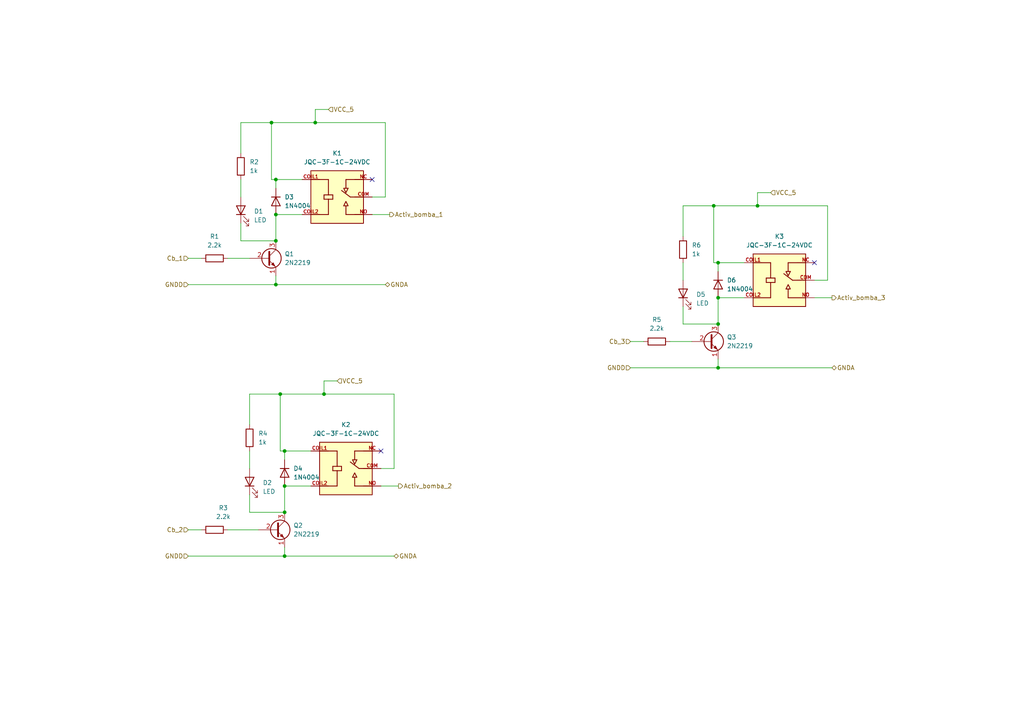
<source format=kicad_sch>
(kicad_sch (version 20211123) (generator eeschema)

  (uuid 04945323-8093-4873-bd83-d958e327d9c2)

  (paper "A4")

  (lib_symbols
    (symbol "Device:LED" (pin_numbers hide) (pin_names (offset 1.016) hide) (in_bom yes) (on_board yes)
      (property "Reference" "D" (id 0) (at 0 2.54 0)
        (effects (font (size 1.27 1.27)))
      )
      (property "Value" "LED" (id 1) (at 0 -2.54 0)
        (effects (font (size 1.27 1.27)))
      )
      (property "Footprint" "" (id 2) (at 0 0 0)
        (effects (font (size 1.27 1.27)) hide)
      )
      (property "Datasheet" "~" (id 3) (at 0 0 0)
        (effects (font (size 1.27 1.27)) hide)
      )
      (property "ki_keywords" "LED diode" (id 4) (at 0 0 0)
        (effects (font (size 1.27 1.27)) hide)
      )
      (property "ki_description" "Light emitting diode" (id 5) (at 0 0 0)
        (effects (font (size 1.27 1.27)) hide)
      )
      (property "ki_fp_filters" "LED* LED_SMD:* LED_THT:*" (id 6) (at 0 0 0)
        (effects (font (size 1.27 1.27)) hide)
      )
      (symbol "LED_0_1"
        (polyline
          (pts
            (xy -1.27 -1.27)
            (xy -1.27 1.27)
          )
          (stroke (width 0.254) (type default) (color 0 0 0 0))
          (fill (type none))
        )
        (polyline
          (pts
            (xy -1.27 0)
            (xy 1.27 0)
          )
          (stroke (width 0) (type default) (color 0 0 0 0))
          (fill (type none))
        )
        (polyline
          (pts
            (xy 1.27 -1.27)
            (xy 1.27 1.27)
            (xy -1.27 0)
            (xy 1.27 -1.27)
          )
          (stroke (width 0.254) (type default) (color 0 0 0 0))
          (fill (type none))
        )
        (polyline
          (pts
            (xy -3.048 -0.762)
            (xy -4.572 -2.286)
            (xy -3.81 -2.286)
            (xy -4.572 -2.286)
            (xy -4.572 -1.524)
          )
          (stroke (width 0) (type default) (color 0 0 0 0))
          (fill (type none))
        )
        (polyline
          (pts
            (xy -1.778 -0.762)
            (xy -3.302 -2.286)
            (xy -2.54 -2.286)
            (xy -3.302 -2.286)
            (xy -3.302 -1.524)
          )
          (stroke (width 0) (type default) (color 0 0 0 0))
          (fill (type none))
        )
      )
      (symbol "LED_1_1"
        (pin passive line (at -3.81 0 0) (length 2.54)
          (name "K" (effects (font (size 1.27 1.27))))
          (number "1" (effects (font (size 1.27 1.27))))
        )
        (pin passive line (at 3.81 0 180) (length 2.54)
          (name "A" (effects (font (size 1.27 1.27))))
          (number "2" (effects (font (size 1.27 1.27))))
        )
      )
    )
    (symbol "Device:R" (pin_numbers hide) (pin_names (offset 0)) (in_bom yes) (on_board yes)
      (property "Reference" "R" (id 0) (at 2.032 0 90)
        (effects (font (size 1.27 1.27)))
      )
      (property "Value" "R" (id 1) (at 0 0 90)
        (effects (font (size 1.27 1.27)))
      )
      (property "Footprint" "" (id 2) (at -1.778 0 90)
        (effects (font (size 1.27 1.27)) hide)
      )
      (property "Datasheet" "~" (id 3) (at 0 0 0)
        (effects (font (size 1.27 1.27)) hide)
      )
      (property "ki_keywords" "R res resistor" (id 4) (at 0 0 0)
        (effects (font (size 1.27 1.27)) hide)
      )
      (property "ki_description" "Resistor" (id 5) (at 0 0 0)
        (effects (font (size 1.27 1.27)) hide)
      )
      (property "ki_fp_filters" "R_*" (id 6) (at 0 0 0)
        (effects (font (size 1.27 1.27)) hide)
      )
      (symbol "R_0_1"
        (rectangle (start -1.016 -2.54) (end 1.016 2.54)
          (stroke (width 0.254) (type default) (color 0 0 0 0))
          (fill (type none))
        )
      )
      (symbol "R_1_1"
        (pin passive line (at 0 3.81 270) (length 1.27)
          (name "~" (effects (font (size 1.27 1.27))))
          (number "1" (effects (font (size 1.27 1.27))))
        )
        (pin passive line (at 0 -3.81 90) (length 1.27)
          (name "~" (effects (font (size 1.27 1.27))))
          (number "2" (effects (font (size 1.27 1.27))))
        )
      )
    )
    (symbol "Diode:1N4004" (pin_numbers hide) (pin_names (offset 1.016) hide) (in_bom yes) (on_board yes)
      (property "Reference" "D" (id 0) (at 0 2.54 0)
        (effects (font (size 1.27 1.27)))
      )
      (property "Value" "1N4004" (id 1) (at 0 -2.54 0)
        (effects (font (size 1.27 1.27)))
      )
      (property "Footprint" "Diode_THT:D_DO-41_SOD81_P10.16mm_Horizontal" (id 2) (at 0 -4.445 0)
        (effects (font (size 1.27 1.27)) hide)
      )
      (property "Datasheet" "http://www.vishay.com/docs/88503/1n4001.pdf" (id 3) (at 0 0 0)
        (effects (font (size 1.27 1.27)) hide)
      )
      (property "ki_keywords" "diode" (id 4) (at 0 0 0)
        (effects (font (size 1.27 1.27)) hide)
      )
      (property "ki_description" "400V 1A General Purpose Rectifier Diode, DO-41" (id 5) (at 0 0 0)
        (effects (font (size 1.27 1.27)) hide)
      )
      (property "ki_fp_filters" "D*DO?41*" (id 6) (at 0 0 0)
        (effects (font (size 1.27 1.27)) hide)
      )
      (symbol "1N4004_0_1"
        (polyline
          (pts
            (xy -1.27 1.27)
            (xy -1.27 -1.27)
          )
          (stroke (width 0.254) (type default) (color 0 0 0 0))
          (fill (type none))
        )
        (polyline
          (pts
            (xy 1.27 0)
            (xy -1.27 0)
          )
          (stroke (width 0) (type default) (color 0 0 0 0))
          (fill (type none))
        )
        (polyline
          (pts
            (xy 1.27 1.27)
            (xy 1.27 -1.27)
            (xy -1.27 0)
            (xy 1.27 1.27)
          )
          (stroke (width 0.254) (type default) (color 0 0 0 0))
          (fill (type none))
        )
      )
      (symbol "1N4004_1_1"
        (pin passive line (at -3.81 0 0) (length 2.54)
          (name "K" (effects (font (size 1.27 1.27))))
          (number "1" (effects (font (size 1.27 1.27))))
        )
        (pin passive line (at 3.81 0 180) (length 2.54)
          (name "A" (effects (font (size 1.27 1.27))))
          (number "2" (effects (font (size 1.27 1.27))))
        )
      )
    )
    (symbol "JQC-3F-1C-24VDC:JQC-3F-1C-24VDC" (pin_names (offset 1.016) hide) (in_bom yes) (on_board yes)
      (property "Reference" "K" (id 0) (at -7.62 8.89 0)
        (effects (font (size 1.27 1.27)) (justify left bottom))
      )
      (property "Value" "JQC-3F-1C-24VDC" (id 1) (at -7.62 -10.16 0)
        (effects (font (size 1.27 1.27)) (justify left bottom))
      )
      (property "Footprint" "RELAY_JQC-3F-1C-24VDC" (id 2) (at 0 0 0)
        (effects (font (size 1.27 1.27)) (justify left bottom) hide)
      )
      (property "Datasheet" "" (id 3) (at 0 0 0)
        (effects (font (size 1.27 1.27)) (justify left bottom) hide)
      )
      (property "MAXIMUM_PACKAGE_HEIGHT" "15.5 mm" (id 4) (at 0 0 0)
        (effects (font (size 1.27 1.27)) (justify left bottom) hide)
      )
      (property "MANUFACTURER" "YUEQING HENGWEI ELECTRONICS CO.,LTD." (id 5) (at 0 0 0)
        (effects (font (size 1.27 1.27)) (justify left bottom) hide)
      )
      (property "PARTREV" "N/A" (id 6) (at 0 0 0)
        (effects (font (size 1.27 1.27)) (justify left bottom) hide)
      )
      (property "STANDARD" "Manufacturer Recommendations" (id 7) (at 0 0 0)
        (effects (font (size 1.27 1.27)) (justify left bottom) hide)
      )
      (property "ki_locked" "" (id 8) (at 0 0 0)
        (effects (font (size 1.27 1.27)))
      )
      (symbol "JQC-3F-1C-24VDC_0_0"
        (rectangle (start -7.62 -7.62) (end 7.62 7.62)
          (stroke (width 0.254) (type default) (color 0 0 0 0))
          (fill (type background))
        )
        (polyline
          (pts
            (xy -7.62 -5.08)
            (xy -2.54 -5.08)
          )
          (stroke (width 0.254) (type default) (color 0 0 0 0))
          (fill (type none))
        )
        (polyline
          (pts
            (xy -7.62 5.08)
            (xy -2.54 5.08)
          )
          (stroke (width 0.254) (type default) (color 0 0 0 0))
          (fill (type none))
        )
        (polyline
          (pts
            (xy -3.81 -0.635)
            (xy -3.81 0.635)
          )
          (stroke (width 0.254) (type default) (color 0 0 0 0))
          (fill (type none))
        )
        (polyline
          (pts
            (xy -3.81 0.635)
            (xy -2.54 0.635)
          )
          (stroke (width 0.254) (type default) (color 0 0 0 0))
          (fill (type none))
        )
        (polyline
          (pts
            (xy -2.54 -0.635)
            (xy -3.81 -0.635)
          )
          (stroke (width 0.254) (type default) (color 0 0 0 0))
          (fill (type none))
        )
        (polyline
          (pts
            (xy -2.54 -0.635)
            (xy -2.54 -5.08)
          )
          (stroke (width 0.254) (type default) (color 0 0 0 0))
          (fill (type none))
        )
        (polyline
          (pts
            (xy -2.54 0.635)
            (xy -1.27 0.635)
          )
          (stroke (width 0.254) (type default) (color 0 0 0 0))
          (fill (type none))
        )
        (polyline
          (pts
            (xy -2.54 5.08)
            (xy -2.54 0.635)
          )
          (stroke (width 0.254) (type default) (color 0 0 0 0))
          (fill (type none))
        )
        (polyline
          (pts
            (xy -1.27 -0.635)
            (xy -2.54 -0.635)
          )
          (stroke (width 0.254) (type default) (color 0 0 0 0))
          (fill (type none))
        )
        (polyline
          (pts
            (xy -1.27 0.635)
            (xy -1.27 -0.635)
          )
          (stroke (width 0.254) (type default) (color 0 0 0 0))
          (fill (type none))
        )
        (polyline
          (pts
            (xy 2.54 -5.08)
            (xy 2.54 -2.54)
          )
          (stroke (width 0.254) (type default) (color 0 0 0 0))
          (fill (type none))
        )
        (polyline
          (pts
            (xy 2.54 5.08)
            (xy 2.54 2.54)
          )
          (stroke (width 0.254) (type default) (color 0 0 0 0))
          (fill (type none))
        )
        (polyline
          (pts
            (xy 2.54 5.08)
            (xy 7.62 5.08)
          )
          (stroke (width 0.254) (type default) (color 0 0 0 0))
          (fill (type none))
        )
        (polyline
          (pts
            (xy 3.81 0)
            (xy 1.27 1.905)
          )
          (stroke (width 0.254) (type default) (color 0 0 0 0))
          (fill (type none))
        )
        (polyline
          (pts
            (xy 7.62 -5.08)
            (xy 2.54 -5.08)
          )
          (stroke (width 0.254) (type default) (color 0 0 0 0))
          (fill (type none))
        )
        (polyline
          (pts
            (xy 7.62 0)
            (xy 3.81 0)
          )
          (stroke (width 0.254) (type default) (color 0 0 0 0))
          (fill (type none))
        )
        (polyline
          (pts
            (xy 1.905 -2.54)
            (xy 3.175 -2.54)
            (xy 2.54 -1.27)
            (xy 1.905 -2.54)
          )
          (stroke (width 0.254) (type default) (color 0 0 0 0))
          (fill (type background))
        )
        (polyline
          (pts
            (xy 3.175 2.54)
            (xy 1.905 2.54)
            (xy 2.54 1.27)
            (xy 3.175 2.54)
          )
          (stroke (width 0.254) (type default) (color 0 0 0 0))
          (fill (type background))
        )
        (pin passive line (at -10.16 5.08 0) (length 5.08)
          (name "~" (effects (font (size 1.016 1.016))))
          (number "COIL1" (effects (font (size 1.016 1.016))))
        )
        (pin passive line (at -10.16 -5.08 0) (length 5.08)
          (name "~" (effects (font (size 1.016 1.016))))
          (number "COIL2" (effects (font (size 1.016 1.016))))
        )
        (pin passive line (at 10.16 0 180) (length 5.08)
          (name "~" (effects (font (size 1.016 1.016))))
          (number "COM" (effects (font (size 1.016 1.016))))
        )
        (pin passive line (at 10.16 5.08 180) (length 5.08)
          (name "~" (effects (font (size 1.016 1.016))))
          (number "NC" (effects (font (size 1.016 1.016))))
        )
        (pin passive line (at 10.16 -5.08 180) (length 5.08)
          (name "~" (effects (font (size 1.016 1.016))))
          (number "NO" (effects (font (size 1.016 1.016))))
        )
      )
    )
    (symbol "Transistor_BJT:2N2219" (pin_names (offset 0) hide) (in_bom yes) (on_board yes)
      (property "Reference" "Q" (id 0) (at 5.08 1.905 0)
        (effects (font (size 1.27 1.27)) (justify left))
      )
      (property "Value" "2N2219" (id 1) (at 5.08 0 0)
        (effects (font (size 1.27 1.27)) (justify left))
      )
      (property "Footprint" "Package_TO_SOT_THT:TO-39-3" (id 2) (at 5.08 -1.905 0)
        (effects (font (size 1.27 1.27) italic) (justify left) hide)
      )
      (property "Datasheet" "http://www.onsemi.com/pub_link/Collateral/2N2219-D.PDF" (id 3) (at 0 0 0)
        (effects (font (size 1.27 1.27)) (justify left) hide)
      )
      (property "ki_keywords" "NPN Transistor" (id 4) (at 0 0 0)
        (effects (font (size 1.27 1.27)) hide)
      )
      (property "ki_description" "800mA Ic, 50V Vce, NPN Transistor, TO-39" (id 5) (at 0 0 0)
        (effects (font (size 1.27 1.27)) hide)
      )
      (property "ki_fp_filters" "TO?39*" (id 6) (at 0 0 0)
        (effects (font (size 1.27 1.27)) hide)
      )
      (symbol "2N2219_0_1"
        (polyline
          (pts
            (xy 0.635 0.635)
            (xy 2.54 2.54)
          )
          (stroke (width 0) (type default) (color 0 0 0 0))
          (fill (type none))
        )
        (polyline
          (pts
            (xy 0.635 -0.635)
            (xy 2.54 -2.54)
            (xy 2.54 -2.54)
          )
          (stroke (width 0) (type default) (color 0 0 0 0))
          (fill (type none))
        )
        (polyline
          (pts
            (xy 0.635 1.905)
            (xy 0.635 -1.905)
            (xy 0.635 -1.905)
          )
          (stroke (width 0.508) (type default) (color 0 0 0 0))
          (fill (type none))
        )
        (polyline
          (pts
            (xy 1.27 -1.778)
            (xy 1.778 -1.27)
            (xy 2.286 -2.286)
            (xy 1.27 -1.778)
            (xy 1.27 -1.778)
          )
          (stroke (width 0) (type default) (color 0 0 0 0))
          (fill (type outline))
        )
        (circle (center 1.27 0) (radius 2.8194)
          (stroke (width 0.254) (type default) (color 0 0 0 0))
          (fill (type none))
        )
      )
      (symbol "2N2219_1_1"
        (pin passive line (at 2.54 -5.08 90) (length 2.54)
          (name "E" (effects (font (size 1.27 1.27))))
          (number "1" (effects (font (size 1.27 1.27))))
        )
        (pin passive line (at -5.08 0 0) (length 5.715)
          (name "B" (effects (font (size 1.27 1.27))))
          (number "2" (effects (font (size 1.27 1.27))))
        )
        (pin passive line (at 2.54 5.08 270) (length 2.54)
          (name "C" (effects (font (size 1.27 1.27))))
          (number "3" (effects (font (size 1.27 1.27))))
        )
      )
    )
  )

  (junction (at 80.01 69.85) (diameter 0) (color 0 0 0 0)
    (uuid 1bbc6d8c-8018-45fc-90a3-dd8b72984981)
  )
  (junction (at 93.98 114.3) (diameter 0) (color 0 0 0 0)
    (uuid 37e44a63-abd8-42b3-bd90-f04e7bf39fd2)
  )
  (junction (at 81.28 114.3) (diameter 0) (color 0 0 0 0)
    (uuid 51a4b659-bda9-4bf4-abb3-5829232915ab)
  )
  (junction (at 208.28 93.98) (diameter 0) (color 0 0 0 0)
    (uuid 5afe27da-3925-4057-b22c-39e5d917f5d0)
  )
  (junction (at 82.55 148.59) (diameter 0) (color 0 0 0 0)
    (uuid 72d7847b-ee1d-4f56-8ce8-a8688eea65fb)
  )
  (junction (at 207.01 59.69) (diameter 0) (color 0 0 0 0)
    (uuid 737a8402-62d2-4057-b89e-2775feb5d1e1)
  )
  (junction (at 80.01 82.55) (diameter 0) (color 0 0 0 0)
    (uuid 75de3402-9ebc-41eb-a623-cb29a8893651)
  )
  (junction (at 80.01 52.07) (diameter 0) (color 0 0 0 0)
    (uuid 76bc75de-9a3f-4827-a454-7ad366bc62ca)
  )
  (junction (at 78.74 35.56) (diameter 0) (color 0 0 0 0)
    (uuid 772f0264-92a9-4d48-b305-6080f6b89ce7)
  )
  (junction (at 219.71 59.69) (diameter 0) (color 0 0 0 0)
    (uuid 78e336c3-5d99-46c7-8757-88aefccaa304)
  )
  (junction (at 82.55 130.81) (diameter 0) (color 0 0 0 0)
    (uuid 81d2359d-da6f-43b3-84d1-c8813a717bdf)
  )
  (junction (at 80.01 62.23) (diameter 0) (color 0 0 0 0)
    (uuid 8f60cb96-8740-4e33-b578-6ba9556264bc)
  )
  (junction (at 91.44 35.56) (diameter 0) (color 0 0 0 0)
    (uuid 99a81142-f04e-4391-90f1-17dcb32105b7)
  )
  (junction (at 82.55 140.97) (diameter 0) (color 0 0 0 0)
    (uuid b636c453-e48d-44fa-b819-11eb9477a09f)
  )
  (junction (at 208.28 106.68) (diameter 0) (color 0 0 0 0)
    (uuid b8a14671-50c8-4107-a734-f2321a74b9f0)
  )
  (junction (at 82.55 161.29) (diameter 0) (color 0 0 0 0)
    (uuid c0179596-bc09-4c9d-a5a7-beeaee903bac)
  )
  (junction (at 208.28 76.2) (diameter 0) (color 0 0 0 0)
    (uuid cb8bd764-5850-43f0-b7ea-966b1dd83f25)
  )
  (junction (at 208.28 86.36) (diameter 0) (color 0 0 0 0)
    (uuid ebcc4d7b-721c-4f8e-92c4-0b9ed8554cec)
  )

  (no_connect (at 107.95 52.07) (uuid 49ddbe4e-447b-43cf-9227-ed0b4f6fc49a))
  (no_connect (at 236.22 76.2) (uuid 7b867f54-973e-484c-b7a6-986dc6d38f00))
  (no_connect (at 110.49 130.81) (uuid d7b4d158-c0ff-47c9-bc35-16f092b7a863))

  (wire (pts (xy 78.74 52.07) (xy 80.01 52.07))
    (stroke (width 0) (type default) (color 0 0 0 0))
    (uuid 0257c2a3-367c-4411-b93b-a2e0aea1af64)
  )
  (wire (pts (xy 208.28 106.68) (xy 241.3 106.68))
    (stroke (width 0) (type default) (color 0 0 0 0))
    (uuid 0b6832c4-6946-44b9-a53c-99cfbbc668ef)
  )
  (wire (pts (xy 111.76 57.15) (xy 111.76 35.56))
    (stroke (width 0) (type default) (color 0 0 0 0))
    (uuid 106066b6-0866-4598-bea8-085b723165b9)
  )
  (wire (pts (xy 91.44 31.75) (xy 95.25 31.75))
    (stroke (width 0) (type default) (color 0 0 0 0))
    (uuid 11b9a136-2c51-4957-ad22-4ce2f1feba71)
  )
  (wire (pts (xy 93.98 110.49) (xy 93.98 114.3))
    (stroke (width 0) (type default) (color 0 0 0 0))
    (uuid 14634857-95bc-4a5a-b2e0-f10b35e461bf)
  )
  (wire (pts (xy 114.3 135.89) (xy 114.3 114.3))
    (stroke (width 0) (type default) (color 0 0 0 0))
    (uuid 150b2cf8-295c-4cc3-b3d4-2a29d67f25d5)
  )
  (wire (pts (xy 208.28 86.36) (xy 208.28 93.98))
    (stroke (width 0) (type default) (color 0 0 0 0))
    (uuid 15da5a23-6a99-4d35-bf48-c771d56d5b1d)
  )
  (wire (pts (xy 81.28 114.3) (xy 81.28 130.81))
    (stroke (width 0) (type default) (color 0 0 0 0))
    (uuid 15ecb87d-ad9d-46cb-a8f4-94705a0dc2a1)
  )
  (wire (pts (xy 66.04 74.93) (xy 72.39 74.93))
    (stroke (width 0) (type default) (color 0 0 0 0))
    (uuid 169f264c-2621-4e06-a542-ac696fda10ea)
  )
  (wire (pts (xy 69.85 64.77) (xy 69.85 69.85))
    (stroke (width 0) (type default) (color 0 0 0 0))
    (uuid 1b4554cc-43a3-4a72-a3e7-0fdc21f14e5c)
  )
  (wire (pts (xy 81.28 130.81) (xy 82.55 130.81))
    (stroke (width 0) (type default) (color 0 0 0 0))
    (uuid 1c22f429-136c-4c03-b205-e908c574416d)
  )
  (wire (pts (xy 78.74 35.56) (xy 91.44 35.56))
    (stroke (width 0) (type default) (color 0 0 0 0))
    (uuid 1fe51eb6-39d1-433b-8fcd-2862f39ca0cf)
  )
  (wire (pts (xy 80.01 80.01) (xy 80.01 82.55))
    (stroke (width 0) (type default) (color 0 0 0 0))
    (uuid 22255ade-a1fc-40ef-b376-5e8072c5169a)
  )
  (wire (pts (xy 80.01 62.23) (xy 80.01 69.85))
    (stroke (width 0) (type default) (color 0 0 0 0))
    (uuid 2b4a4882-b45c-4d75-ae35-7854120900dc)
  )
  (wire (pts (xy 72.39 148.59) (xy 82.55 148.59))
    (stroke (width 0) (type default) (color 0 0 0 0))
    (uuid 3dfdd814-c1ae-4f6c-a86b-42c31ab71fe8)
  )
  (wire (pts (xy 82.55 133.35) (xy 82.55 130.81))
    (stroke (width 0) (type default) (color 0 0 0 0))
    (uuid 3e434fa4-dee0-47d9-bb08-187bee425c23)
  )
  (wire (pts (xy 78.74 35.56) (xy 78.74 52.07))
    (stroke (width 0) (type default) (color 0 0 0 0))
    (uuid 3ee5d156-52f2-44fb-9e61-3ed06810a120)
  )
  (wire (pts (xy 82.55 158.75) (xy 82.55 161.29))
    (stroke (width 0) (type default) (color 0 0 0 0))
    (uuid 4184b145-e146-473b-912e-2ea12d743663)
  )
  (wire (pts (xy 198.12 68.58) (xy 198.12 59.69))
    (stroke (width 0) (type default) (color 0 0 0 0))
    (uuid 453b8c0c-32cf-41e4-8a44-a0ba5f2448d7)
  )
  (wire (pts (xy 219.71 59.69) (xy 240.03 59.69))
    (stroke (width 0) (type default) (color 0 0 0 0))
    (uuid 45ed17a9-e827-4b78-ad94-c0dc14e0a004)
  )
  (wire (pts (xy 107.95 62.23) (xy 113.03 62.23))
    (stroke (width 0) (type default) (color 0 0 0 0))
    (uuid 4615fa52-93de-4535-bb06-8fa80f134fcc)
  )
  (wire (pts (xy 54.61 153.67) (xy 58.42 153.67))
    (stroke (width 0) (type default) (color 0 0 0 0))
    (uuid 48c25b52-ace0-44cd-9d38-2508be1d83ab)
  )
  (wire (pts (xy 69.85 35.56) (xy 78.74 35.56))
    (stroke (width 0) (type default) (color 0 0 0 0))
    (uuid 4ae52944-00fc-4f19-88a7-ade508fa5f4a)
  )
  (wire (pts (xy 80.01 62.23) (xy 87.63 62.23))
    (stroke (width 0) (type default) (color 0 0 0 0))
    (uuid 556813e7-2546-4751-b4e0-962f8c52d907)
  )
  (wire (pts (xy 80.01 82.55) (xy 111.76 82.55))
    (stroke (width 0) (type default) (color 0 0 0 0))
    (uuid 57b233b7-941e-4f7b-8ad0-bdf096b12e63)
  )
  (wire (pts (xy 198.12 76.2) (xy 198.12 81.28))
    (stroke (width 0) (type default) (color 0 0 0 0))
    (uuid 5e8cf2e7-76c3-4c06-99f0-f344580b18b6)
  )
  (wire (pts (xy 72.39 130.81) (xy 72.39 135.89))
    (stroke (width 0) (type default) (color 0 0 0 0))
    (uuid 5fca97ca-087a-496f-83ea-111b41db5d9f)
  )
  (wire (pts (xy 110.49 135.89) (xy 114.3 135.89))
    (stroke (width 0) (type default) (color 0 0 0 0))
    (uuid 65651681-7ba7-4aef-9b18-b7892bbf7303)
  )
  (wire (pts (xy 97.79 110.49) (xy 93.98 110.49))
    (stroke (width 0) (type default) (color 0 0 0 0))
    (uuid 65d2282f-7a08-48fa-952d-9c3fc7abf2c4)
  )
  (wire (pts (xy 236.22 86.36) (xy 241.3 86.36))
    (stroke (width 0) (type default) (color 0 0 0 0))
    (uuid 69ae72d9-0199-4b62-a9b4-11a2d10ceb8c)
  )
  (wire (pts (xy 208.28 76.2) (xy 215.9 76.2))
    (stroke (width 0) (type default) (color 0 0 0 0))
    (uuid 6c243e75-c297-48d8-b910-dac989ac6bb1)
  )
  (wire (pts (xy 208.28 104.14) (xy 208.28 106.68))
    (stroke (width 0) (type default) (color 0 0 0 0))
    (uuid 70da74fd-2f97-4fe7-a53b-24c2c4f7388b)
  )
  (wire (pts (xy 82.55 161.29) (xy 114.3 161.29))
    (stroke (width 0) (type default) (color 0 0 0 0))
    (uuid 758131e9-f478-46f1-9005-e528bc0b6d56)
  )
  (wire (pts (xy 223.52 55.88) (xy 219.71 55.88))
    (stroke (width 0) (type default) (color 0 0 0 0))
    (uuid 76d422b5-34c9-4e81-90c7-cf57674d7ebc)
  )
  (wire (pts (xy 208.28 78.74) (xy 208.28 76.2))
    (stroke (width 0) (type default) (color 0 0 0 0))
    (uuid 7ccbfcc3-fb9b-4549-81c7-11b9a797b8ea)
  )
  (wire (pts (xy 207.01 59.69) (xy 219.71 59.69))
    (stroke (width 0) (type default) (color 0 0 0 0))
    (uuid 82ef3b0d-8c0d-4b34-a2d6-4e722a919460)
  )
  (wire (pts (xy 66.04 153.67) (xy 74.93 153.67))
    (stroke (width 0) (type default) (color 0 0 0 0))
    (uuid 8cbbb86c-700a-4fc4-b198-33a5fef0043d)
  )
  (wire (pts (xy 198.12 93.98) (xy 208.28 93.98))
    (stroke (width 0) (type default) (color 0 0 0 0))
    (uuid 8cc722fb-bbb3-41d1-aed3-71c5afdc4ee0)
  )
  (wire (pts (xy 207.01 59.69) (xy 207.01 76.2))
    (stroke (width 0) (type default) (color 0 0 0 0))
    (uuid 90bebb78-16ac-47c8-84ea-b7268b913978)
  )
  (wire (pts (xy 72.39 123.19) (xy 72.39 114.3))
    (stroke (width 0) (type default) (color 0 0 0 0))
    (uuid 92113f30-78b8-4a6e-801f-22535273bd08)
  )
  (wire (pts (xy 69.85 52.07) (xy 69.85 57.15))
    (stroke (width 0) (type default) (color 0 0 0 0))
    (uuid 9632d212-dc67-46cc-80c8-b98a27edaec0)
  )
  (wire (pts (xy 208.28 106.68) (xy 182.88 106.68))
    (stroke (width 0) (type default) (color 0 0 0 0))
    (uuid 9d6675c7-d32c-4c1d-8dc5-968bd68ce33e)
  )
  (wire (pts (xy 54.61 74.93) (xy 58.42 74.93))
    (stroke (width 0) (type default) (color 0 0 0 0))
    (uuid a61343ac-4df6-4d96-adca-38512d2f8359)
  )
  (wire (pts (xy 198.12 88.9) (xy 198.12 93.98))
    (stroke (width 0) (type default) (color 0 0 0 0))
    (uuid a6bf6b2b-f0e9-4c9c-8db4-ec114742a66a)
  )
  (wire (pts (xy 93.98 114.3) (xy 114.3 114.3))
    (stroke (width 0) (type default) (color 0 0 0 0))
    (uuid abb2fbc1-6e43-4c15-a6be-afa4006ffb91)
  )
  (wire (pts (xy 80.01 52.07) (xy 87.63 52.07))
    (stroke (width 0) (type default) (color 0 0 0 0))
    (uuid ac429de4-bd7e-44b4-88af-ba79fd64b016)
  )
  (wire (pts (xy 80.01 82.55) (xy 54.61 82.55))
    (stroke (width 0) (type default) (color 0 0 0 0))
    (uuid ad331513-a2ec-434c-a317-07ff3f143311)
  )
  (wire (pts (xy 236.22 81.28) (xy 240.03 81.28))
    (stroke (width 0) (type default) (color 0 0 0 0))
    (uuid b14712b3-8248-4470-a426-b93da6b35dc0)
  )
  (wire (pts (xy 72.39 143.51) (xy 72.39 148.59))
    (stroke (width 0) (type default) (color 0 0 0 0))
    (uuid b2c14e80-70ce-4f3b-a22b-8e8a64eca220)
  )
  (wire (pts (xy 82.55 161.29) (xy 54.61 161.29))
    (stroke (width 0) (type default) (color 0 0 0 0))
    (uuid b2d29917-16e3-4efa-a141-0eaa0f125337)
  )
  (wire (pts (xy 69.85 69.85) (xy 80.01 69.85))
    (stroke (width 0) (type default) (color 0 0 0 0))
    (uuid b719fa02-7aa9-4ad9-8ff7-0e69b60f70d5)
  )
  (wire (pts (xy 207.01 76.2) (xy 208.28 76.2))
    (stroke (width 0) (type default) (color 0 0 0 0))
    (uuid b810a88a-036a-485d-af31-6f9d080f3a7c)
  )
  (wire (pts (xy 208.28 86.36) (xy 215.9 86.36))
    (stroke (width 0) (type default) (color 0 0 0 0))
    (uuid bbaa8128-c0ce-4267-9533-6d0c7e1173b2)
  )
  (wire (pts (xy 194.31 99.06) (xy 200.66 99.06))
    (stroke (width 0) (type default) (color 0 0 0 0))
    (uuid bd0cd65b-c7ec-40dc-ab1e-f8ec6921e8b0)
  )
  (wire (pts (xy 82.55 140.97) (xy 82.55 148.59))
    (stroke (width 0) (type default) (color 0 0 0 0))
    (uuid c08a4224-afa8-44b1-8edb-c78e41d050a9)
  )
  (wire (pts (xy 80.01 54.61) (xy 80.01 52.07))
    (stroke (width 0) (type default) (color 0 0 0 0))
    (uuid ca7f7bf2-4d1b-41e8-8dba-0ea5074d2b1d)
  )
  (wire (pts (xy 107.95 57.15) (xy 111.76 57.15))
    (stroke (width 0) (type default) (color 0 0 0 0))
    (uuid cfb94c62-14ec-47ca-abe2-9145fbc0e031)
  )
  (wire (pts (xy 82.55 140.97) (xy 90.17 140.97))
    (stroke (width 0) (type default) (color 0 0 0 0))
    (uuid d8e4834f-c0a8-4998-b01e-3b3639ba8cbf)
  )
  (wire (pts (xy 82.55 130.81) (xy 90.17 130.81))
    (stroke (width 0) (type default) (color 0 0 0 0))
    (uuid dc03aea0-b413-483a-9c4f-f661ea2f3fa5)
  )
  (wire (pts (xy 219.71 55.88) (xy 219.71 59.69))
    (stroke (width 0) (type default) (color 0 0 0 0))
    (uuid e23f38d0-b12e-464c-85c9-10a27ede6acf)
  )
  (wire (pts (xy 69.85 44.45) (xy 69.85 35.56))
    (stroke (width 0) (type default) (color 0 0 0 0))
    (uuid e393bdff-512e-4c35-8aa2-b43debc9a1c2)
  )
  (wire (pts (xy 198.12 59.69) (xy 207.01 59.69))
    (stroke (width 0) (type default) (color 0 0 0 0))
    (uuid e672f17c-5225-427c-8f0c-2408a68e10bc)
  )
  (wire (pts (xy 182.88 99.06) (xy 186.69 99.06))
    (stroke (width 0) (type default) (color 0 0 0 0))
    (uuid e6bb3e93-02de-44a8-9e62-ef253612e63e)
  )
  (wire (pts (xy 91.44 35.56) (xy 111.76 35.56))
    (stroke (width 0) (type default) (color 0 0 0 0))
    (uuid e6ddaf3f-d783-4835-bbde-91b2c65e00f0)
  )
  (wire (pts (xy 91.44 31.75) (xy 91.44 35.56))
    (stroke (width 0) (type default) (color 0 0 0 0))
    (uuid eceebc95-655e-4c27-95b1-03a3e960b67f)
  )
  (wire (pts (xy 81.28 114.3) (xy 93.98 114.3))
    (stroke (width 0) (type default) (color 0 0 0 0))
    (uuid f566f9b0-bfc7-496e-9bf4-347096de5131)
  )
  (wire (pts (xy 240.03 81.28) (xy 240.03 59.69))
    (stroke (width 0) (type default) (color 0 0 0 0))
    (uuid f56bf4c5-a83d-4aa7-934e-de3705c0a8fc)
  )
  (wire (pts (xy 110.49 140.97) (xy 115.57 140.97))
    (stroke (width 0) (type default) (color 0 0 0 0))
    (uuid fc7a29fa-83c4-4400-84d0-8d4bd971b3c7)
  )
  (wire (pts (xy 72.39 114.3) (xy 81.28 114.3))
    (stroke (width 0) (type default) (color 0 0 0 0))
    (uuid fd204c2b-68ec-43d3-9c2b-15eecb2b9f6a)
  )

  (hierarchical_label "Cb_2" (shape input) (at 54.61 153.67 180)
    (effects (font (size 1.27 1.27)) (justify right))
    (uuid 046c07e5-6dc8-4adc-8b2c-822fa9a01c77)
  )
  (hierarchical_label "Activ_bomba_1" (shape output) (at 113.03 62.23 0)
    (effects (font (size 1.27 1.27)) (justify left))
    (uuid 057f6781-1f8e-4495-81f9-2db22650bac1)
  )
  (hierarchical_label "GNDD" (shape input) (at 54.61 82.55 180)
    (effects (font (size 1.27 1.27)) (justify right))
    (uuid 082e4f4c-84f9-4422-b49f-b2bc0b9997c6)
  )
  (hierarchical_label "Activ_bomba_2" (shape output) (at 115.57 140.97 0)
    (effects (font (size 1.27 1.27)) (justify left))
    (uuid 1912156d-f778-4ab6-9e23-5486ab2d85ba)
  )
  (hierarchical_label "Cb_3" (shape input) (at 182.88 99.06 180)
    (effects (font (size 1.27 1.27)) (justify right))
    (uuid 2cf2f10a-8361-4e69-b1e6-02497d0a0a2a)
  )
  (hierarchical_label "VCC_5" (shape input) (at 95.25 31.75 0)
    (effects (font (size 1.27 1.27)) (justify left))
    (uuid 3f4555d5-4e64-4b1a-997c-969c56712f30)
  )
  (hierarchical_label "GNDD" (shape input) (at 54.61 161.29 180)
    (effects (font (size 1.27 1.27)) (justify right))
    (uuid 48821d27-0577-495f-bae6-b5ce944abe9f)
  )
  (hierarchical_label "Cb_1" (shape input) (at 54.61 74.93 180)
    (effects (font (size 1.27 1.27)) (justify right))
    (uuid 535ffcfa-5194-401c-a796-eeaaad836a91)
  )
  (hierarchical_label "GNDA" (shape bidirectional) (at 241.3 106.68 0)
    (effects (font (size 1.27 1.27)) (justify left))
    (uuid 55d99ada-1ce6-438f-8679-7b7e7b445b7b)
  )
  (hierarchical_label "VCC_5" (shape input) (at 223.52 55.88 0)
    (effects (font (size 1.27 1.27)) (justify left))
    (uuid 58537c55-7749-4b5d-8afb-a9880d8665de)
  )
  (hierarchical_label "GNDA" (shape bidirectional) (at 114.3 161.29 0)
    (effects (font (size 1.27 1.27)) (justify left))
    (uuid 6ae968cf-f252-4355-866e-ce1b6de17547)
  )
  (hierarchical_label "Activ_bomba_3" (shape output) (at 241.3 86.36 0)
    (effects (font (size 1.27 1.27)) (justify left))
    (uuid 830f671e-b9b1-4b65-8422-f0917cb801e1)
  )
  (hierarchical_label "VCC_5" (shape input) (at 97.79 110.49 0)
    (effects (font (size 1.27 1.27)) (justify left))
    (uuid c8468cc1-674d-4c06-a38a-347980d50154)
  )
  (hierarchical_label "GNDA" (shape bidirectional) (at 111.76 82.55 0)
    (effects (font (size 1.27 1.27)) (justify left))
    (uuid d7387365-5b36-47c4-930d-331ec2fc10e3)
  )
  (hierarchical_label "GNDD" (shape input) (at 182.88 106.68 180)
    (effects (font (size 1.27 1.27)) (justify right))
    (uuid fd315a51-40be-4efa-90fc-a6d10b865f33)
  )

  (symbol (lib_id "Diode:1N4004") (at 82.55 137.16 270) (unit 1)
    (in_bom yes) (on_board yes) (fields_autoplaced)
    (uuid 17526b48-3905-4a48-a0df-af4ac1787d09)
    (property "Reference" "D4" (id 0) (at 85.09 135.8899 90)
      (effects (font (size 1.27 1.27)) (justify left))
    )
    (property "Value" "1N4004" (id 1) (at 85.09 138.4299 90)
      (effects (font (size 1.27 1.27)) (justify left))
    )
    (property "Footprint" "Diode_SMD:D_2512_6332Metric_Pad1.52x3.35mm_HandSolder" (id 2) (at 78.105 137.16 0)
      (effects (font (size 1.27 1.27)) hide)
    )
    (property "Datasheet" "http://www.vishay.com/docs/88503/1n4001.pdf" (id 3) (at 82.55 137.16 0)
      (effects (font (size 1.27 1.27)) hide)
    )
    (pin "1" (uuid 7e08a377-4304-492b-a5a5-03407e566ded))
    (pin "2" (uuid 1620a4a8-f7d2-43a2-b162-6523d6f809fd))
  )

  (symbol (lib_id "Transistor_BJT:2N2219") (at 80.01 153.67 0) (unit 1)
    (in_bom yes) (on_board yes) (fields_autoplaced)
    (uuid 1e1eb9dc-e146-4f76-b674-92c6bb66edc1)
    (property "Reference" "Q2" (id 0) (at 85.09 152.3999 0)
      (effects (font (size 1.27 1.27)) (justify left))
    )
    (property "Value" "2N2219" (id 1) (at 85.09 154.9399 0)
      (effects (font (size 1.27 1.27)) (justify left))
    )
    (property "Footprint" "Package_TO_SOT_SMD:SOT-23" (id 2) (at 85.09 155.575 0)
      (effects (font (size 1.27 1.27) italic) (justify left) hide)
    )
    (property "Datasheet" "http://www.onsemi.com/pub_link/Collateral/2N2219-D.PDF" (id 3) (at 80.01 153.67 0)
      (effects (font (size 1.27 1.27)) (justify left) hide)
    )
    (pin "1" (uuid 16e30d11-5777-47f8-b649-9c81a5eb8d4a))
    (pin "2" (uuid cbabfe8b-8601-4d0e-9466-6813bcb49c22))
    (pin "3" (uuid 339ca750-1bfe-4065-8051-74f5afea1d0a))
  )

  (symbol (lib_id "Transistor_BJT:2N2219") (at 77.47 74.93 0) (unit 1)
    (in_bom yes) (on_board yes) (fields_autoplaced)
    (uuid 2426fde5-4fa0-4ea1-8933-fb2ed87411a9)
    (property "Reference" "Q1" (id 0) (at 82.55 73.6599 0)
      (effects (font (size 1.27 1.27)) (justify left))
    )
    (property "Value" "2N2219" (id 1) (at 82.55 76.1999 0)
      (effects (font (size 1.27 1.27)) (justify left))
    )
    (property "Footprint" "Package_TO_SOT_SMD:SOT-23" (id 2) (at 82.55 76.835 0)
      (effects (font (size 1.27 1.27) italic) (justify left) hide)
    )
    (property "Datasheet" "http://www.onsemi.com/pub_link/Collateral/2N2219-D.PDF" (id 3) (at 77.47 74.93 0)
      (effects (font (size 1.27 1.27)) (justify left) hide)
    )
    (pin "1" (uuid ea02a6d3-0681-4510-806c-4d139fb14090))
    (pin "2" (uuid d99f8b58-2652-4b83-a123-7a3c117aa326))
    (pin "3" (uuid 62d9ba14-7632-4714-8ecd-0a906dad665c))
  )

  (symbol (lib_id "Device:R") (at 62.23 74.93 270) (unit 1)
    (in_bom yes) (on_board yes) (fields_autoplaced)
    (uuid 2462678e-cd84-41f6-838b-8102ae070a99)
    (property "Reference" "R1" (id 0) (at 62.23 68.58 90))
    (property "Value" "2.2k" (id 1) (at 62.23 71.12 90))
    (property "Footprint" "Resistor_SMD:R_0805_2012Metric_Pad1.20x1.40mm_HandSolder" (id 2) (at 62.23 73.152 90)
      (effects (font (size 1.27 1.27)) hide)
    )
    (property "Datasheet" "~" (id 3) (at 62.23 74.93 0)
      (effects (font (size 1.27 1.27)) hide)
    )
    (pin "1" (uuid de729bab-9915-4199-8c9e-b1807de769df))
    (pin "2" (uuid 19a51b35-eeed-461a-b1dc-7cb746c282ca))
  )

  (symbol (lib_id "Device:LED") (at 198.12 85.09 90) (unit 1)
    (in_bom yes) (on_board yes) (fields_autoplaced)
    (uuid 337f5dc4-bcaa-47e7-b177-f4bc2d1b492f)
    (property "Reference" "D5" (id 0) (at 201.93 85.4074 90)
      (effects (font (size 1.27 1.27)) (justify right))
    )
    (property "Value" "LED" (id 1) (at 201.93 87.9474 90)
      (effects (font (size 1.27 1.27)) (justify right))
    )
    (property "Footprint" "LED_SMD:LED_0603_1608Metric_Pad1.05x0.95mm_HandSolder" (id 2) (at 198.12 85.09 0)
      (effects (font (size 1.27 1.27)) hide)
    )
    (property "Datasheet" "~" (id 3) (at 198.12 85.09 0)
      (effects (font (size 1.27 1.27)) hide)
    )
    (pin "1" (uuid cf9d1c92-de95-4fbe-a57c-ca1e8c88149c))
    (pin "2" (uuid e2eafe6c-7318-4e17-8d9d-6817e6ce4f1a))
  )

  (symbol (lib_id "JQC-3F-1C-24VDC:JQC-3F-1C-24VDC") (at 97.79 57.15 0) (unit 1)
    (in_bom yes) (on_board yes) (fields_autoplaced)
    (uuid 4808e805-33eb-4357-8463-60d69ebef720)
    (property "Reference" "K1" (id 0) (at 97.79 44.45 0))
    (property "Value" "JQC-3F-1C-24VDC" (id 1) (at 97.79 46.99 0))
    (property "Footprint" "JQC-3F-1C:RELAY_JQC-3F-1C-24VDC" (id 2) (at 97.79 57.15 0)
      (effects (font (size 1.27 1.27)) (justify left bottom) hide)
    )
    (property "Datasheet" "" (id 3) (at 97.79 57.15 0)
      (effects (font (size 1.27 1.27)) (justify left bottom) hide)
    )
    (property "MAXIMUM_PACKAGE_HEIGHT" "15.5 mm" (id 4) (at 97.79 57.15 0)
      (effects (font (size 1.27 1.27)) (justify left bottom) hide)
    )
    (property "MANUFACTURER" "YUEQING HENGWEI ELECTRONICS CO.,LTD." (id 5) (at 97.79 57.15 0)
      (effects (font (size 1.27 1.27)) (justify left bottom) hide)
    )
    (property "PARTREV" "N/A" (id 6) (at 97.79 57.15 0)
      (effects (font (size 1.27 1.27)) (justify left bottom) hide)
    )
    (property "STANDARD" "Manufacturer Recommendations" (id 7) (at 97.79 57.15 0)
      (effects (font (size 1.27 1.27)) (justify left bottom) hide)
    )
    (pin "COIL1" (uuid aa51fc3c-d786-4771-9295-c3b4ae5a4a93))
    (pin "COIL2" (uuid ab0e0ba7-ed23-41cd-b5bc-16eb24fcc4f8))
    (pin "COM" (uuid 67def7dc-1fdd-4d85-a9fa-30c1899b85e8))
    (pin "NC" (uuid 4b41c27f-5482-428a-b786-5dbd3f705c5c))
    (pin "NO" (uuid a4f5ecb4-5357-43fc-98a9-cc473dc8a27e))
  )

  (symbol (lib_id "Device:R") (at 190.5 99.06 270) (unit 1)
    (in_bom yes) (on_board yes) (fields_autoplaced)
    (uuid 4dc7a954-961f-4a4b-9fe0-1602a47dbd63)
    (property "Reference" "R5" (id 0) (at 190.5 92.71 90))
    (property "Value" "2.2k" (id 1) (at 190.5 95.25 90))
    (property "Footprint" "Resistor_SMD:R_0805_2012Metric_Pad1.20x1.40mm_HandSolder" (id 2) (at 190.5 97.282 90)
      (effects (font (size 1.27 1.27)) hide)
    )
    (property "Datasheet" "~" (id 3) (at 190.5 99.06 0)
      (effects (font (size 1.27 1.27)) hide)
    )
    (pin "1" (uuid 508edc7a-91fa-4074-b764-77c6cc323852))
    (pin "2" (uuid d4bab91a-7c15-49e9-9d79-c0696a46e013))
  )

  (symbol (lib_id "Diode:1N4004") (at 80.01 58.42 270) (unit 1)
    (in_bom yes) (on_board yes) (fields_autoplaced)
    (uuid 55d620b7-a9d9-4e1b-943b-c8f70cf9781f)
    (property "Reference" "D3" (id 0) (at 82.55 57.1499 90)
      (effects (font (size 1.27 1.27)) (justify left))
    )
    (property "Value" "1N4004" (id 1) (at 82.55 59.6899 90)
      (effects (font (size 1.27 1.27)) (justify left))
    )
    (property "Footprint" "Diode_SMD:D_2512_6332Metric_Pad1.52x3.35mm_HandSolder" (id 2) (at 75.565 58.42 0)
      (effects (font (size 1.27 1.27)) hide)
    )
    (property "Datasheet" "http://www.vishay.com/docs/88503/1n4001.pdf" (id 3) (at 80.01 58.42 0)
      (effects (font (size 1.27 1.27)) hide)
    )
    (pin "1" (uuid 9010585c-7d10-46e4-aaf2-6509b42bb41c))
    (pin "2" (uuid 36529c96-a88a-4274-9f25-6769098e7d7c))
  )

  (symbol (lib_id "Device:R") (at 62.23 153.67 270) (unit 1)
    (in_bom yes) (on_board yes)
    (uuid 5e125ce8-c45f-4a82-8920-c8ecfaff2a75)
    (property "Reference" "R3" (id 0) (at 64.77 147.32 90))
    (property "Value" "2.2k" (id 1) (at 64.77 149.86 90))
    (property "Footprint" "Resistor_SMD:R_0805_2012Metric_Pad1.20x1.40mm_HandSolder" (id 2) (at 62.23 151.892 90)
      (effects (font (size 1.27 1.27)) hide)
    )
    (property "Datasheet" "~" (id 3) (at 62.23 153.67 0)
      (effects (font (size 1.27 1.27)) hide)
    )
    (pin "1" (uuid 39371ac1-98e5-4bd0-b243-95123448e88d))
    (pin "2" (uuid 13fd94df-376d-4b83-af67-a10014b1675e))
  )

  (symbol (lib_id "JQC-3F-1C-24VDC:JQC-3F-1C-24VDC") (at 100.33 135.89 0) (unit 1)
    (in_bom yes) (on_board yes) (fields_autoplaced)
    (uuid c1559683-9230-4dd1-9355-d9d5f33f1f14)
    (property "Reference" "K2" (id 0) (at 100.33 123.19 0))
    (property "Value" "JQC-3F-1C-24VDC" (id 1) (at 100.33 125.73 0))
    (property "Footprint" "JQC-3F-1C:RELAY_JQC-3F-1C-24VDC" (id 2) (at 100.33 135.89 0)
      (effects (font (size 1.27 1.27)) (justify left bottom) hide)
    )
    (property "Datasheet" "" (id 3) (at 100.33 135.89 0)
      (effects (font (size 1.27 1.27)) (justify left bottom) hide)
    )
    (property "MAXIMUM_PACKAGE_HEIGHT" "15.5 mm" (id 4) (at 100.33 135.89 0)
      (effects (font (size 1.27 1.27)) (justify left bottom) hide)
    )
    (property "MANUFACTURER" "YUEQING HENGWEI ELECTRONICS CO.,LTD." (id 5) (at 100.33 135.89 0)
      (effects (font (size 1.27 1.27)) (justify left bottom) hide)
    )
    (property "PARTREV" "N/A" (id 6) (at 100.33 135.89 0)
      (effects (font (size 1.27 1.27)) (justify left bottom) hide)
    )
    (property "STANDARD" "Manufacturer Recommendations" (id 7) (at 100.33 135.89 0)
      (effects (font (size 1.27 1.27)) (justify left bottom) hide)
    )
    (pin "COIL1" (uuid 90b9ace0-f084-4b98-9eb3-cd54f17b5dd1))
    (pin "COIL2" (uuid 0ab7ac51-28ec-4ee6-8955-57dbbbe07c94))
    (pin "COM" (uuid 4d2f7eea-deec-4ded-aee1-d84cb347f14c))
    (pin "NC" (uuid 40984fa2-f5ce-49af-b232-1a172d654a1b))
    (pin "NO" (uuid ec330187-19f5-4667-8edb-5e3e19f537ce))
  )

  (symbol (lib_id "Diode:1N4004") (at 208.28 82.55 270) (unit 1)
    (in_bom yes) (on_board yes) (fields_autoplaced)
    (uuid e33b93ee-0f2b-4623-a01d-aa84f35427df)
    (property "Reference" "D6" (id 0) (at 210.82 81.2799 90)
      (effects (font (size 1.27 1.27)) (justify left))
    )
    (property "Value" "1N4004" (id 1) (at 210.82 83.8199 90)
      (effects (font (size 1.27 1.27)) (justify left))
    )
    (property "Footprint" "Diode_SMD:D_2512_6332Metric_Pad1.52x3.35mm_HandSolder" (id 2) (at 203.835 82.55 0)
      (effects (font (size 1.27 1.27)) hide)
    )
    (property "Datasheet" "http://www.vishay.com/docs/88503/1n4001.pdf" (id 3) (at 208.28 82.55 0)
      (effects (font (size 1.27 1.27)) hide)
    )
    (pin "1" (uuid cbd09619-cc52-455f-96a8-38a8e8e30cbf))
    (pin "2" (uuid 2c45ea08-7d88-4a56-b205-8f1c0337d372))
  )

  (symbol (lib_id "Device:R") (at 69.85 48.26 0) (unit 1)
    (in_bom yes) (on_board yes)
    (uuid e77f4e87-e31c-46e1-8b62-a3d8ae71151e)
    (property "Reference" "R2" (id 0) (at 72.39 46.9899 0)
      (effects (font (size 1.27 1.27)) (justify left))
    )
    (property "Value" "1k" (id 1) (at 72.39 49.5299 0)
      (effects (font (size 1.27 1.27)) (justify left))
    )
    (property "Footprint" "Resistor_SMD:R_0805_2012Metric_Pad1.20x1.40mm_HandSolder" (id 2) (at 68.072 48.26 90)
      (effects (font (size 1.27 1.27)) hide)
    )
    (property "Datasheet" "~" (id 3) (at 69.85 48.26 0)
      (effects (font (size 1.27 1.27)) hide)
    )
    (pin "1" (uuid 6c43d2b5-f221-4164-b2a4-a0e1f33f0166))
    (pin "2" (uuid 8364d1bf-ba46-4a16-afa6-8b5e14455c8a))
  )

  (symbol (lib_id "JQC-3F-1C-24VDC:JQC-3F-1C-24VDC") (at 226.06 81.28 0) (unit 1)
    (in_bom yes) (on_board yes) (fields_autoplaced)
    (uuid e7ea46ad-826a-43c9-bfa0-9c6b872635b7)
    (property "Reference" "K3" (id 0) (at 226.06 68.58 0))
    (property "Value" "JQC-3F-1C-24VDC" (id 1) (at 226.06 71.12 0))
    (property "Footprint" "JQC-3F-1C:RELAY_JQC-3F-1C-24VDC" (id 2) (at 226.06 81.28 0)
      (effects (font (size 1.27 1.27)) (justify left bottom) hide)
    )
    (property "Datasheet" "" (id 3) (at 226.06 81.28 0)
      (effects (font (size 1.27 1.27)) (justify left bottom) hide)
    )
    (property "MAXIMUM_PACKAGE_HEIGHT" "15.5 mm" (id 4) (at 226.06 81.28 0)
      (effects (font (size 1.27 1.27)) (justify left bottom) hide)
    )
    (property "MANUFACTURER" "YUEQING HENGWEI ELECTRONICS CO.,LTD." (id 5) (at 226.06 81.28 0)
      (effects (font (size 1.27 1.27)) (justify left bottom) hide)
    )
    (property "PARTREV" "N/A" (id 6) (at 226.06 81.28 0)
      (effects (font (size 1.27 1.27)) (justify left bottom) hide)
    )
    (property "STANDARD" "Manufacturer Recommendations" (id 7) (at 226.06 81.28 0)
      (effects (font (size 1.27 1.27)) (justify left bottom) hide)
    )
    (pin "COIL1" (uuid 3996415d-88a2-43d9-95a6-82ce0c8a2e25))
    (pin "COIL2" (uuid febad773-41aa-41a2-9fb6-eb6619dd4217))
    (pin "COM" (uuid e61a1b77-1370-4691-84a9-a1d116e2a17d))
    (pin "NC" (uuid 252e8a6f-0006-4ee2-988d-e95c06e007be))
    (pin "NO" (uuid 6bd3a60a-623a-4732-bbba-eb14b149597a))
  )

  (symbol (lib_id "Device:R") (at 198.12 72.39 0) (unit 1)
    (in_bom yes) (on_board yes)
    (uuid eb2e5199-039e-4e88-ada0-29d1b59b34fb)
    (property "Reference" "R6" (id 0) (at 200.66 71.1199 0)
      (effects (font (size 1.27 1.27)) (justify left))
    )
    (property "Value" "1k" (id 1) (at 200.66 73.6599 0)
      (effects (font (size 1.27 1.27)) (justify left))
    )
    (property "Footprint" "Resistor_SMD:R_0805_2012Metric_Pad1.20x1.40mm_HandSolder" (id 2) (at 196.342 72.39 90)
      (effects (font (size 1.27 1.27)) hide)
    )
    (property "Datasheet" "~" (id 3) (at 198.12 72.39 0)
      (effects (font (size 1.27 1.27)) hide)
    )
    (pin "1" (uuid acc9cab5-cdbb-4b4a-9483-9caa5ee3ed5d))
    (pin "2" (uuid c2bafc03-d919-4df4-aa4d-c6e97dddf579))
  )

  (symbol (lib_id "Transistor_BJT:2N2219") (at 205.74 99.06 0) (unit 1)
    (in_bom yes) (on_board yes) (fields_autoplaced)
    (uuid ed6037d5-0c9e-42c0-a977-ccdb448cdf51)
    (property "Reference" "Q3" (id 0) (at 210.82 97.7899 0)
      (effects (font (size 1.27 1.27)) (justify left))
    )
    (property "Value" "2N2219" (id 1) (at 210.82 100.3299 0)
      (effects (font (size 1.27 1.27)) (justify left))
    )
    (property "Footprint" "Package_TO_SOT_SMD:SOT-23" (id 2) (at 210.82 100.965 0)
      (effects (font (size 1.27 1.27) italic) (justify left) hide)
    )
    (property "Datasheet" "http://www.onsemi.com/pub_link/Collateral/2N2219-D.PDF" (id 3) (at 205.74 99.06 0)
      (effects (font (size 1.27 1.27)) (justify left) hide)
    )
    (pin "1" (uuid 6c9812d9-12ec-4a06-ac8e-b46ff09c8780))
    (pin "2" (uuid eb480066-1f69-423a-9dd4-408fa05a7b63))
    (pin "3" (uuid dc2cbae2-b819-4f0c-afe0-045835dca347))
  )

  (symbol (lib_id "Device:LED") (at 72.39 139.7 90) (unit 1)
    (in_bom yes) (on_board yes) (fields_autoplaced)
    (uuid ee48b4ff-71b8-4b0b-bb01-934d67710b41)
    (property "Reference" "D2" (id 0) (at 76.2 140.0174 90)
      (effects (font (size 1.27 1.27)) (justify right))
    )
    (property "Value" "LED" (id 1) (at 76.2 142.5574 90)
      (effects (font (size 1.27 1.27)) (justify right))
    )
    (property "Footprint" "LED_SMD:LED_0603_1608Metric_Pad1.05x0.95mm_HandSolder" (id 2) (at 72.39 139.7 0)
      (effects (font (size 1.27 1.27)) hide)
    )
    (property "Datasheet" "~" (id 3) (at 72.39 139.7 0)
      (effects (font (size 1.27 1.27)) hide)
    )
    (pin "1" (uuid 446e593d-5364-4250-a16c-c52e342983ad))
    (pin "2" (uuid fca1a6ff-c2cc-44e1-8f34-76a24bd62762))
  )

  (symbol (lib_id "Device:R") (at 72.39 127 0) (unit 1)
    (in_bom yes) (on_board yes)
    (uuid eeec9024-1a59-4ea3-ba5b-0cff8f26438b)
    (property "Reference" "R4" (id 0) (at 74.93 125.7299 0)
      (effects (font (size 1.27 1.27)) (justify left))
    )
    (property "Value" "1k" (id 1) (at 74.93 128.2699 0)
      (effects (font (size 1.27 1.27)) (justify left))
    )
    (property "Footprint" "Resistor_SMD:R_0805_2012Metric_Pad1.20x1.40mm_HandSolder" (id 2) (at 70.612 127 90)
      (effects (font (size 1.27 1.27)) hide)
    )
    (property "Datasheet" "~" (id 3) (at 72.39 127 0)
      (effects (font (size 1.27 1.27)) hide)
    )
    (pin "1" (uuid 716d2745-634e-40cb-a92c-f22f6f8e637b))
    (pin "2" (uuid db1302ad-ab97-4da9-94bb-05f0ab888948))
  )

  (symbol (lib_id "Device:LED") (at 69.85 60.96 90) (unit 1)
    (in_bom yes) (on_board yes) (fields_autoplaced)
    (uuid f5b4b31e-ec87-4057-93de-63fda9e2a100)
    (property "Reference" "D1" (id 0) (at 73.66 61.2774 90)
      (effects (font (size 1.27 1.27)) (justify right))
    )
    (property "Value" "LED" (id 1) (at 73.66 63.8174 90)
      (effects (font (size 1.27 1.27)) (justify right))
    )
    (property "Footprint" "LED_SMD:LED_0603_1608Metric_Pad1.05x0.95mm_HandSolder" (id 2) (at 69.85 60.96 0)
      (effects (font (size 1.27 1.27)) hide)
    )
    (property "Datasheet" "~" (id 3) (at 69.85 60.96 0)
      (effects (font (size 1.27 1.27)) hide)
    )
    (pin "1" (uuid b61824a7-be4d-45be-a76b-41cd62ec26bf))
    (pin "2" (uuid 2a7a84f9-42bf-45f7-84c3-9ad31d87fb59))
  )
)

</source>
